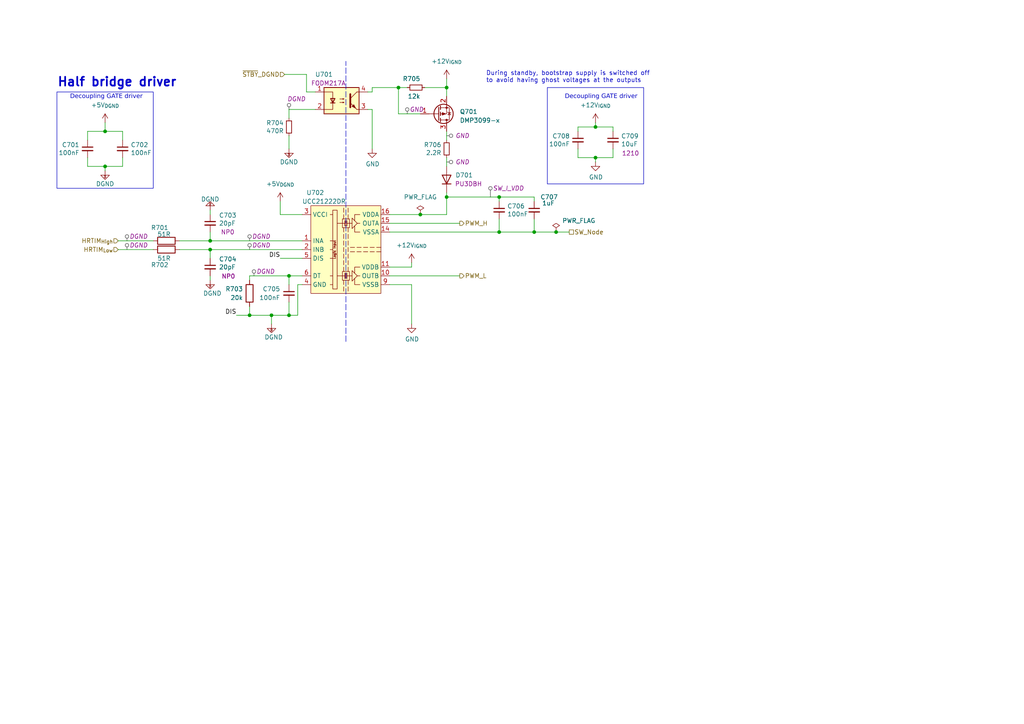
<source format=kicad_sch>
(kicad_sch (version 20231120) (generator "eeschema") (generator_version "8.0")
  (paper "A4")
  (lib_symbols
    (symbol "D_Schottky_1" (pin_numbers hide) (pin_names (offset 1.016) hide)
      (property "Reference" "D201" (at 1.27 2.54 90))
      (property "manf#" "PU3DBH" (at 5.08 0 90))
      (symbol "D_Schottky_1_0_1"
        (polyline (pts (xy 1.27 0) (xy -1.27 0)))
        (polyline (pts (xy 1.27 1.27) (xy 1.27 -1.27) (xy -1.27 0) (xy 1.27 1.27)) (stroke (width 0.254)))
      )
      (symbol "D_Schottky_1_1_1"
        (polyline (pts (xy -1.27 1.27) (xy -1.27 -1.27)) (stroke (width 0.254)))
        (pin passive line (at -3.81 0 0) (length 2.54) (name "K") (number "1"))
        (pin passive line (at 3.81 0 180) (length 2.54) (name "A") (number "2"))
      )
    )
    (symbol "Device:C_Small" (pin_numbers hide) (pin_names (offset 0.254) hide)
      (property "Reference" "C" (at 0.254 1.778 0))
      (property "Value" "C_Small" (at 0.254 -2.032 0))
      (symbol "C_Small_0_1"
        (polyline (pts (xy -1.524 -0.508) (xy 1.524 -0.508)) (stroke (width 0.3302)))
        (polyline (pts (xy -1.524 0.508) (xy 1.524 0.508)) (stroke (width 0.3048)))
      )
      (symbol "C_Small_1_1"
        (pin passive line (at 0 2.54 270) (length 2.032) (name "~") (number "1"))
        (pin passive line (at 0 -2.54 90) (length 2.032) (name "~") (number "2"))
      )
    )
    (symbol "Device:Q_PMOS_GSD" (pin_names (offset 0) hide)
      (property "Reference" "Q" (at 5.08 1.27 0))
      (property "Value" "Q_PMOS_GSD" (at 5.08 -1.27 0))
      (symbol "Q_PMOS_GSD_0_1"
        (polyline (pts (xy 0.254 0) (xy -2.54 0)))
        (polyline (pts (xy 0.254 1.905) (xy 0.254 -1.905)) (stroke (width 0.254)))
        (polyline (pts (xy 0.762 -1.27) (xy 0.762 -2.286)) (stroke (width 0.254)))
        (polyline (pts (xy 0.762 0.508) (xy 0.762 -0.508)) (stroke (width 0.254)))
        (polyline (pts (xy 0.762 2.286) (xy 0.762 1.27)) (stroke (width 0.254)))
        (polyline (pts (xy 2.54 2.54) (xy 2.54 1.778)))
        (polyline (pts (xy 2.54 -2.54) (xy 2.54 0) (xy 0.762 0)))
        (polyline (pts (xy 0.762 1.778) (xy 3.302 1.778) (xy 3.302 -1.778) (xy 0.762 -1.778)))
        (polyline (pts (xy 2.286 0) (xy 1.27 0.381) (xy 1.27 -0.381) (xy 2.286 0)) (fill (type outline)))
        (polyline (pts (xy 2.794 -0.508) (xy 2.921 -0.381) (xy 3.683 -0.381) (xy 3.81 -0.254)))
        (polyline (pts (xy 3.302 -0.381) (xy 2.921 0.254) (xy 3.683 0.254) (xy 3.302 -0.381)))
        (circle (center 1.651 0) (radius 2.794) (stroke (width 0.254)))
        (circle (center 2.54 -1.778) (radius 0.254) (fill (type outline)))
        (circle (center 2.54 1.778) (radius 0.254) (fill (type outline)))
      )
      (symbol "Q_PMOS_GSD_1_1"
        (pin input line (at -5.08 0 0) (length 2.54) (name "G") (number "1"))
        (pin passive line (at 2.54 -5.08 90) (length 2.54) (name "S") (number "2"))
        (pin passive line (at 2.54 5.08 270) (length 2.54) (name "D") (number "3"))
      )
    )
    (symbol "Device:R" (pin_numbers hide) (pin_names (offset 0))
      (property "Reference" "R" (at 2.032 0 90))
      (property "Value" "R" (at 0 0 90))
      (symbol "R_0_1"
        (rectangle (start -1.016 -2.54) (end 1.016 2.54) (stroke (width 0.254)))
      )
      (symbol "R_1_1"
        (pin passive line (at 0 3.81 270) (length 1.27) (name "~") (number "1"))
        (pin passive line (at 0 -3.81 90) (length 1.27) (name "~") (number "2"))
      )
    )
    (symbol "Device:R_Small" (pin_numbers hide) (pin_names (offset 0.254) hide)
      (property "Reference" "R" (at 0.762 0.508 0))
      (property "Value" "R_Small" (at 0.762 -1.016 0))
      (symbol "R_Small_0_1"
        (rectangle (start -0.762 1.778) (end 0.762 -1.778) (stroke (width 0.2032)))
      )
      (symbol "R_Small_1_1"
        (pin passive line (at 0 2.54 270) (length 0.762) (name "~") (number "1"))
        (pin passive line (at 0 -2.54 90) (length 0.762) (name "~") (number "2"))
      )
    )
    (symbol "Driver_FET:UCC21520DW"
      (property "Reference" "U" (at 0 16.51 0))
      (property "Value" "UCC21520DW" (at 0 13.97 0))
      (symbol "UCC21520DW_0_0"
        (polyline (pts (xy -0.635 6.35) (xy -0.635 5.08)))
        (polyline (pts (xy -0.635 10.16) (xy -0.635 8.89)))
        (polyline (pts (xy -0.635 12.065) (xy -0.635 10.795)))
        (polyline (pts (xy -0.254 -7.62) (xy -2.54 -7.62)))
        (polyline (pts (xy -0.254 -6.858) (xy -0.254 -8.382)) (stroke (width 0.254)))
        (polyline (pts (xy -0.254 7.62) (xy -2.54 7.62)))
        (polyline (pts (xy -0.254 8.382) (xy -0.254 6.858)) (stroke (width 0.254)))
        (polyline (pts (xy 0.254 -7.62) (xy 1.778 -7.62)))
        (polyline (pts (xy 0.254 -6.858) (xy 0.254 -8.382)) (stroke (width 0.254)))
        (polyline (pts (xy 0.254 7.62) (xy 1.778 7.62)))
        (polyline (pts (xy 0.254 8.382) (xy 0.254 6.858)) (stroke (width 0.254)))
        (polyline (pts (xy 0.635 6.35) (xy 0.635 5.08)))
        (polyline (pts (xy 0.635 8.89) (xy 0.635 10.16)))
        (polyline (pts (xy 0.635 10.795) (xy 0.635 12.065)))
        (polyline (pts (xy 2.54 -0.635) (xy 1.27 -0.635)))
        (polyline (pts (xy 2.54 0.635) (xy 1.27 0.635)))
        (polyline (pts (xy 4.064 -7.62) (xy 3.302 -7.62)))
        (polyline (pts (xy 4.064 7.62) (xy 3.302 7.62)))
        (polyline (pts (xy 4.445 -0.635) (xy 3.175 -0.635)))
        (polyline (pts (xy 4.445 0.635) (xy 3.175 0.635)))
        (polyline (pts (xy 6.35 -0.635) (xy 5.08 -0.635)))
        (polyline (pts (xy 6.35 0.635) (xy 5.08 0.635)))
        (polyline (pts (xy 8.255 -0.635) (xy 6.985 -0.635)))
        (polyline (pts (xy 8.255 0.635) (xy 6.985 0.635)))
        (polyline (pts (xy 10.16 -0.635) (xy 8.89 -0.635)))
        (polyline (pts (xy 10.16 0.635) (xy 8.89 0.635)))
        (polyline (pts (xy 4.064 -10.16) (xy 2.54 -10.16) (xy 2.54 -8.382)))
        (polyline (pts (xy 4.064 -5.08) (xy 2.54 -5.08) (xy 2.54 -6.858)))
        (polyline (pts (xy 4.064 5.08) (xy 2.54 5.08) (xy 2.54 6.858)))
        (polyline (pts (xy 4.064 10.16) (xy 2.54 10.16) (xy 2.54 8.382)))
        (polyline (pts (xy 3.302 -7.62) (xy 1.778 -9.144) (xy 1.778 -6.096) (xy 3.302 -7.62)))
        (polyline (pts (xy 3.302 7.62) (xy 1.778 6.096) (xy 1.778 9.144) (xy 3.302 7.62)))
        (rectangle (start 1.016 -6.35) (end -1.016 -8.89))
        (rectangle (start 1.016 8.89) (end -1.016 6.35))
        (text "Logic Input" (at -3.302 0 900) (effects (font (size 0.635 0.635))))
      )
      (symbol "UCC21520DW_0_1"
        (rectangle (start -3.81 11.43) (end -2.54 -11.43))
        (polyline (pts (xy -3.81 -10.16) (xy -4.572 -10.16)))
        (polyline (pts (xy -3.81 -7.62) (xy -4.572 -7.62)))
        (polyline (pts (xy -3.81 -2.54) (xy -4.572 -2.54)))
        (polyline (pts (xy -3.81 0) (xy -4.572 0)))
        (polyline (pts (xy -3.81 2.54) (xy -4.572 2.54)))
        (polyline (pts (xy -3.81 10.16) (xy -4.572 10.16)))
        (polyline (pts (xy -0.635 -10.795) (xy -0.635 -12.065)))
        (polyline (pts (xy -0.635 -8.89) (xy -0.635 -10.16)))
        (polyline (pts (xy -0.635 -5.08) (xy -0.635 -6.35)))
        (polyline (pts (xy -0.635 -3.175) (xy -0.635 -4.445)))
        (polyline (pts (xy -0.635 -1.27) (xy -0.635 -2.54)))
        (polyline (pts (xy -0.635 0.635) (xy -0.635 -0.635)))
        (polyline (pts (xy -0.635 2.54) (xy -0.635 1.27)))
        (polyline (pts (xy -0.635 4.445) (xy -0.635 3.175)))
        (polyline (pts (xy 0.635 -10.795) (xy 0.635 -12.065)))
        (polyline (pts (xy 0.635 -8.89) (xy 0.635 -10.16)))
        (polyline (pts (xy 0.635 -5.08) (xy 0.635 -6.35)))
        (polyline (pts (xy 0.635 -3.175) (xy 0.635 -4.445)))
        (polyline (pts (xy 0.635 -1.27) (xy 0.635 -2.54)))
        (polyline (pts (xy 0.635 0.635) (xy 0.635 -0.635)))
        (polyline (pts (xy 0.635 2.54) (xy 0.635 1.27)))
        (polyline (pts (xy 0.635 4.445) (xy 0.635 3.175)))
        (rectangle (start 10.16 12.7) (end -10.16 -12.7) (fill (type background)))
      )
      (symbol "UCC21520DW_1_1"
        (pin input line (at -12.7 2.54 0) (length 2.54) (name "INA") (number "1"))
        (pin output line (at 12.7 -7.62 180) (length 2.54) (name "OUTB") (number "10"))
        (pin power_in line (at 12.7 -5.08 180) (length 2.54) (name "VDDB") (number "11"))
        (pin no_connect line (at 10.16 -2.54 180) (length 2.54) hide (name "NC") (number "12"))
        (pin no_connect line (at 10.16 2.54 180) (length 2.54) hide (name "NC") (number "13"))
        (pin power_in line (at 12.7 5.08 180) (length 2.54) (name "VSSA") (number "14"))
        (pin output line (at 12.7 7.62 180) (length 2.54) (name "OUTA") (number "15"))
        (pin power_in line (at 12.7 10.16 180) (length 2.54) (name "VDDA") (number "16"))
        (pin input line (at -12.7 0 0) (length 2.54) (name "INB") (number "2"))
        (pin power_in line (at -12.7 10.16 0) (length 2.54) (name "VCCI") (number "3"))
        (pin power_in line (at -12.7 -10.16 0) (length 2.54) (name "GND") (number "4"))
        (pin input line (at -12.7 -2.54 0) (length 2.54) (name "DIS") (number "5"))
        (pin passive line (at -12.7 -7.62 0) (length 2.54) (name "DT") (number "6"))
        (pin no_connect line (at -10.16 -5.08 0) (length 2.54) hide (name "NC") (number "7"))
        (pin passive line (at -12.7 10.16 0) (length 2.54) hide (name "VCCI") (number "8"))
        (pin power_in line (at 12.7 -10.16 180) (length 2.54) (name "VSSB") (number "9"))
      )
    )
    (symbol "Symbols:+12V_PGND" (power) (in_bom no) (on_board no)
      (property "Value" "+12V_PGND" (at -0.127 3.81 0))
      (symbol "+12V_PGND_0_1"
        (polyline (pts (xy -0.762 1.27) (xy 0 2.54)))
        (polyline (pts (xy 0 0) (xy 0 2.54)))
        (polyline (pts (xy 0 2.54) (xy 0.762 1.27)))
      )
      (symbol "+12V_PGND_1_1"
        (pin power_in line (at 0 0 90) (length 0) hide (name "+12V_PGND") (number "1"))
      )
    )
    (symbol "Symbols:DGND" (power) (pin_names (offset 0))
      (property "Value" "DGND" (at 0 -3.81 0))
      (symbol "DGND_0_0"
        (text "D" (at 0 -1.778 0) (effects (font (size 0.63 0.63))))
      )
      (symbol "DGND_0_1"
        (polyline (pts (xy 0 0) (xy 0 -1.27) (xy 1.27 -1.27) (xy 0 -2.54) (xy -1.27 -1.27) (xy 0 -1.27)))
      )
      (symbol "DGND_1_1"
        (pin power_in line (at 0 0 270) (length 0) hide (name "DGND") (number "1"))
      )
    )
    (symbol "Symbols:FODM217A"
      (property "Reference" "U207" (at -5.08 7.62 0))
      (property "manf#" "FODM217A" (at -3.81 5.08 0))
      (symbol "FODM217A_1_1"
        (rectangle (start -5.08 3.81) (end 5.08 -3.81) (stroke (width 0.254)) (fill (type background)))
        (polyline (pts (xy -3.175 -0.635) (xy -1.905 -0.635)) (stroke (width 0.254)))
        (polyline (pts (xy 2.54 0.635) (xy 4.445 2.54)))
        (polyline (pts (xy 4.445 -2.54) (xy 2.54 -0.635)) (fill (type outline)))
        (polyline (pts (xy 4.445 -2.54) (xy 5.08 -2.54)))
        (polyline (pts (xy 4.445 2.54) (xy 5.08 2.54)))
        (polyline (pts (xy -5.08 2.54) (xy -2.54 2.54) (xy -2.54 -0.762)))
        (polyline (pts (xy -2.54 -0.635) (xy -2.54 -2.54) (xy -5.08 -2.54)))
        (polyline (pts (xy 2.54 1.905) (xy 2.54 -1.905) (xy 2.54 -1.905)) (stroke (width 0.508)))
        (polyline (pts (xy -2.54 -0.635) (xy -3.175 0.635) (xy -1.905 0.635) (xy -2.54 -0.635)) (stroke (width 0.254)))
        (polyline (pts (xy -0.508 -0.508) (xy 0.762 -0.508) (xy 0.381 -0.635) (xy 0.381 -0.381) (xy 0.762 -0.508)))
        (polyline (pts (xy -0.508 0.508) (xy 0.762 0.508) (xy 0.381 0.381) (xy 0.381 0.635) (xy 0.762 0.508)))
        (polyline (pts (xy 3.048 -1.651) (xy 3.556 -1.143) (xy 4.064 -2.159) (xy 3.048 -1.651) (xy 3.048 -1.651)) (fill (type outline)))
        (pin passive line (at -7.62 2.54 0) (length 2.54) (name "~") (number "1"))
        (pin passive line (at -7.62 -2.54 0) (length 2.54) (name "~") (number "2"))
        (pin passive line (at 7.62 -2.54 180) (length 2.54) (name "~") (number "3"))
        (pin passive line (at 7.62 2.54 180) (length 2.54) (name "~") (number "4"))
      )
    )
    (symbol "power:GND" (power) (pin_names (offset 0))
      (property "Value" "GND" (at 0 -3.81 0))
      (symbol "GND_0_1"
        (polyline (pts (xy 0 0) (xy 0 -1.27) (xy 1.27 -1.27) (xy 0 -2.54) (xy -1.27 -1.27) (xy 0 -1.27)))
      )
      (symbol "GND_1_1"
        (pin power_in line (at 0 0 270) (length 0) hide (name "GND") (number "1"))
      )
    )
    (symbol "power:PWR_FLAG" (power) (pin_numbers hide) (pin_names (offset 0) hide)
      (property "Value" "PWR_FLAG" (at 0 3.81 0))
      (symbol "PWR_FLAG_0_0"
        (pin power_out line (at 0 0 90) (length 0) (name "~") (number "1"))
      )
      (symbol "PWR_FLAG_0_1"
        (polyline (pts (xy 0 0) (xy 0 1.27) (xy -1.016 1.905) (xy 0 2.54) (xy 1.016 1.905) (xy 0 1.27)))
      )
    )
  )
  (junction (at 144.78 57.15))
  (junction (at 144.78 67.31))
  (junction (at 121.92 62.23))
  (junction (at 129.54 57.15))
  (junction (at 30.48 38.1))
  (junction (at 72.39 91.44))
  (junction (at 161.29 67.31))
  (junction (at 60.96 69.85))
  (junction (at 78.74 91.44))
  (junction (at 172.72 45.72))
  (junction (at 129.54 25.4))
  (junction (at 60.96 72.39))
  (junction (at 115.57 25.4))
  (junction (at 83.82 80.01))
  (junction (at 30.48 48.26))
  (junction (at 83.82 91.44))
  (junction (at 154.94 67.31))
  (junction (at 172.72 36.83))
  (wire (pts (xy 172.72 36.83) (xy 177.8 36.83)))
  (wire (pts (xy 123.19 25.4) (xy 129.54 25.4)))
  (wire (pts (xy 25.4 38.1) (xy 25.4 40.64)))
  (wire (pts (xy 113.03 67.31) (xy 144.78 67.31)))
  (polyline (pts (xy 100.33 99.06) (xy 100.33 17.78)) (stroke (width 0) (type dash)))
  (wire (pts (xy 118.11 25.4) (xy 115.57 25.4)))
  (wire (pts (xy 25.4 48.26) (xy 30.48 48.26)))
  (wire (pts (xy 113.03 80.01) (xy 133.35 80.01)))
  (wire (pts (xy 34.29 72.39) (xy 44.45 72.39)))
  (wire (pts (xy 72.39 88.9) (xy 72.39 91.44)))
  (wire (pts (xy 87.63 69.85) (xy 60.96 69.85)))
  (wire (pts (xy 60.96 69.85) (xy 60.96 67.31)))
  (wire (pts (xy 113.03 82.55) (xy 119.38 82.55)))
  (wire (pts (xy 172.72 35.56) (xy 172.72 36.83)))
  (wire (pts (xy 72.39 80.01) (xy 83.82 80.01)))
  (wire (pts (xy 167.64 38.1) (xy 167.64 36.83)))
  (wire (pts (xy 144.78 67.31) (xy 154.94 67.31)))
  (wire (pts (xy 107.95 31.75) (xy 106.68 31.75)))
  (wire (pts (xy 107.95 25.4) (xy 107.95 26.67)))
  (wire (pts (xy 87.63 82.55) (xy 86.36 82.55)))
  (wire (pts (xy 119.38 82.55) (xy 119.38 93.98)))
  (wire (pts (xy 52.07 72.39) (xy 60.96 72.39)))
  (wire (pts (xy 30.48 38.1) (xy 25.4 38.1)))
  (wire (pts (xy 83.82 31.75) (xy 83.82 34.29)))
  (wire (pts (xy 86.36 82.55) (xy 86.36 91.44)))
  (wire (pts (xy 144.78 57.15) (xy 129.54 57.15)))
  (wire (pts (xy 88.9 21.59) (xy 88.9 26.67)))
  (wire (pts (xy 35.56 48.26) (xy 35.56 45.72)))
  (wire (pts (xy 30.48 48.26) (xy 35.56 48.26)))
  (wire (pts (xy 72.39 91.44) (xy 78.74 91.44)))
  (wire (pts (xy 60.96 69.85) (xy 52.07 69.85)))
  (wire (pts (xy 119.38 77.47) (xy 113.03 77.47)))
  (wire (pts (xy 81.28 58.42) (xy 81.28 62.23)))
  (wire (pts (xy 78.74 91.44) (xy 78.74 93.98)))
  (wire (pts (xy 154.94 67.31) (xy 161.29 67.31)))
  (wire (pts (xy 144.78 63.5) (xy 144.78 67.31)))
  (wire (pts (xy 60.96 74.93) (xy 60.96 72.39)))
  (wire (pts (xy 129.54 45.72) (xy 129.54 48.26)))
  (wire (pts (xy 161.29 67.31) (xy 165.1 67.31)))
  (wire (pts (xy 83.82 82.55) (xy 83.82 80.01)))
  (wire (pts (xy 30.48 35.56) (xy 30.48 38.1)))
  (wire (pts (xy 177.8 36.83) (xy 177.8 38.1)))
  (wire (pts (xy 68.58 91.44) (xy 72.39 91.44)))
  (wire (pts (xy 60.96 60.96) (xy 60.96 62.23)))
  (wire (pts (xy 167.64 45.72) (xy 172.72 45.72)))
  (wire (pts (xy 60.96 72.39) (xy 87.63 72.39)))
  (wire (pts (xy 83.82 39.37) (xy 83.82 43.18)))
  (wire (pts (xy 115.57 25.4) (xy 115.57 33.02)))
  (wire (pts (xy 81.28 62.23) (xy 87.63 62.23)))
  (wire (pts (xy 129.54 25.4) (xy 129.54 22.86)))
  (wire (pts (xy 35.56 38.1) (xy 30.48 38.1)))
  (wire (pts (xy 167.64 43.18) (xy 167.64 45.72)))
  (wire (pts (xy 35.56 40.64) (xy 35.56 38.1)))
  (wire (pts (xy 107.95 25.4) (xy 115.57 25.4)))
  (wire (pts (xy 113.03 62.23) (xy 121.92 62.23)))
  (wire (pts (xy 78.74 91.44) (xy 83.82 91.44)))
  (wire (pts (xy 83.82 80.01) (xy 87.63 80.01)))
  (wire (pts (xy 172.72 45.72) (xy 177.8 45.72)))
  (wire (pts (xy 144.78 57.15) (xy 154.94 57.15)))
  (wire (pts (xy 172.72 46.99) (xy 172.72 45.72)))
  (wire (pts (xy 83.82 91.44) (xy 86.36 91.44)))
  (wire (pts (xy 83.82 87.63) (xy 83.82 91.44)))
  (wire (pts (xy 83.82 31.75) (xy 91.44 31.75)))
  (wire (pts (xy 119.38 76.2) (xy 119.38 77.47)))
  (wire (pts (xy 107.95 31.75) (xy 107.95 43.18)))
  (wire (pts (xy 106.68 26.67) (xy 107.95 26.67)))
  (wire (pts (xy 144.78 58.42) (xy 144.78 57.15)))
  (wire (pts (xy 154.94 67.31) (xy 154.94 63.5)))
  (wire (pts (xy 121.92 62.23) (xy 129.54 62.23)))
  (wire (pts (xy 81.28 74.93) (xy 87.63 74.93)))
  (wire (pts (xy 82.55 21.59) (xy 88.9 21.59)))
  (wire (pts (xy 129.54 27.94) (xy 129.54 25.4)))
  (wire (pts (xy 60.96 80.01) (xy 60.96 81.28)))
  (wire (pts (xy 88.9 26.67) (xy 91.44 26.67)))
  (wire (pts (xy 129.54 38.1) (xy 129.54 40.64)))
  (wire (pts (xy 25.4 45.72) (xy 25.4 48.26)))
  (wire (pts (xy 129.54 57.15) (xy 129.54 55.88)))
  (wire (pts (xy 167.64 36.83) (xy 172.72 36.83)))
  (wire (pts (xy 115.57 33.02) (xy 121.92 33.02)))
  (wire (pts (xy 34.29 69.85) (xy 44.45 69.85)))
  (wire (pts (xy 129.54 57.15) (xy 129.54 62.23)))
  (wire (pts (xy 177.8 45.72) (xy 177.8 43.18)))
  (wire (pts (xy 113.03 64.77) (xy 133.35 64.77)))
  (wire (pts (xy 154.94 57.15) (xy 154.94 58.42)))
  (wire (pts (xy 72.39 80.01) (xy 72.39 81.28)))
  (wire (pts (xy 30.48 48.26) (xy 30.48 49.53)))
  (rectangle (start 158.75 25.4) (end 186.69 53.34))
  (rectangle (start 16.51 26.67) (end 44.45 54.61))
  (text "Decoupling GATE driver" (at 163.83 29.21 0) (effects (font (size 1.27 1.27)) (justify left bottom)))
  (text "Half bridge driver" (at 16.51 25.4 0) (effects (font (size 2.54 2.54) (thickness 0.5) (bold yes)) (justify left bottom)))
  (text "Decoupling GATE driver" (at 20.32 29.21 0) (effects (font (size 1.27 1.27)) (justify left bottom)))
  (text "During standby, bootstrap supply is switched off \nto avoid having ghost voltages at the outputs" (at 140.97 24.13 0) (effects (font (size 1.27 1.27)) (justify left bottom)))
  (label "DIS" (at 81.28 74.93 180))
  (label "DIS" (at 68.58 91.44 180))
  (hierarchical_label "HRTIM_{Low}" (shape input) (at 34.29 72.39 180))
  (hierarchical_label "PWM_L" (shape output) (at 133.35 80.01 0))
  (hierarchical_label "PWM_H" (shape output) (at 133.35 64.77 0))
  (hierarchical_label "SW_Node" (shape passive) (at 165.1 67.31 0))
  (hierarchical_label "~{STBY}_DGND" (shape input) (at 82.55 21.59 180))
  (hierarchical_label "HRTIM_{High}" (shape input) (at 34.29 69.85 180))
  (netclass_flag "" (length 1.27) (shape round) (at 83.82 31.75 0) (property "Netclass" "DGND" (at 83.312 28.702 0) (effects (font (italic yes)) (justify left))))
  (netclass_flag "" (length 1.27) (shape round) (at 36.83 72.39 0) (property "Netclass" "DGND" (at 37.5285 71.12 0) (effects (font (italic yes)) (justify left))))
  (netclass_flag "" (length 1.27) (shape round) (at 129.54 39.37 270) (property "Netclass" "GND" (at 132.08 39.37 0) (effects (font (italic yes)) (justify left))))
  (netclass_flag "" (length 1.27) (shape round) (at 118.11 33.02 0) (property "Netclass" "GND" (at 118.8085 31.75 0) (effects (font (italic yes)) (justify left))))
  (netclass_flag "" (length 2.54) (shape round) (at 142.24 57.15 0) (property "Netclass" "SW_I_VDD" (at 142.9385 54.61 0) (effects (font (italic yes)) (justify left))))
  (netclass_flag "" (length 1.27) (shape round) (at 36.83 69.85 0) (property "Netclass" "DGND" (at 37.5285 68.58 0) (effects (font (italic yes)) (justify left))))
  (netclass_flag "" (length 1.27) (shape round) (at 72.39 69.85 0) (property "Netclass" "DGND" (at 73.0885 68.58 0) (effects (font (italic yes)) (justify left))))
  (netclass_flag "" (length 1.27) (shape round) (at 73.66 80.01 0) (property "Netclass" "DGND" (at 74.3585 78.74 0) (effects (font (italic yes)) (justify left))))
  (netclass_flag "" (length 1.27) (shape round) (at 72.39 72.39 0) (property "Netclass" "DGND" (at 73.0885 71.12 0) (effects (font (italic yes)) (justify left))))
  (netclass_flag "" (length 1.27) (shape round) (at 129.54 46.99 270) (property "Netclass" "GND" (at 132.08 46.99 0) (effects (font (italic yes)) (justify left))))
  (symbol (lib_id "Symbols:FODM217A") (at 99.06 29.21 0) (unit 1)
    (property "Reference" "U701" (at 93.98 21.59 0))
    (property "Value" "FODM217A" (effects (hide yes)))
    (property "Footprint" "Package_SO:SO-4_4.4x2.3mm_P1.27mm" (effects (hide yes)))
    (property "Datasheet" "${KIPRJMOD}\\datasheets\\FODM214-D.pdf" (effects (hide yes)))
    (property "manf#" "FODM217A" (at 95.25 24.13 0))
    (property "Functional Block" "Driver" (effects (hide yes)))
    (property "Subfunction" "STBY driver" (effects (hide yes)))
    (instances (project "DAB" (path "" (reference "U701") (unit 1)) (path "" (reference "U201") (unit 1))))
  )
  (symbol (lib_id "Device:Q_PMOS_GSD") (at 127 33.02 0) (mirror x) (unit 1)
    (property "Reference" "Q701" (at 133.35 32.385 0) (effects (justify left)))
    (property "Value" "DMP3099-x" (at 133.35 34.925 0) (effects (justify left)))
    (property "Footprint" "Footprints:SOT-23" (effects (hide yes)))
    (property "Datasheet" "${KIPRJMOD}\\datasheets\\DMP3099L.pdf" (effects (hide yes)))
    (property "Functionnal block" "POWER" (effects (hide yes)))
    (instances (project "DAB" (path "" (reference "Q701") (unit 1)) (path "" (reference "Q201") (unit 1))))
  )
  (symbol (lib_id "Device:C_Small") (at 60.96 64.77 0) (unit 1)
    (property "Reference" "C703" (at 63.5 62.4586 0) (effects (justify left)))
    (property "Value" "20pF" (at 63.5 64.77 0) (effects (justify left)))
    (property "Footprint" "Footprints:C_0805_2012Metric" (effects (hide yes)))
    (property "Datasheet" "${KIPRJMOD}\\datasheet\\UPY_GP_NP0_16V_to_50V_18-1730511.pdf" (effects (hide yes)))
    (property "manf#" "CC0805JRNPO9BN200" (effects (hide yes)))
    (property "Functional Block" "Driver" (effects (hide yes)))
    (property "Metal content" "BaTiO3" (effects (hide yes)))
    (property "Subfunction" "Driver input" (effects (hide yes)))
    (property "Package" "0805" (effects (hide yes)))
    (property "Dielectric" "NP0" (at 66.04 67.31 0))
    (property "Voltage" "50V" (effects (hide yes)))
    (instances (project "DAB" (path "" (reference "C703") (unit 1)) (path "" (reference "C203") (unit 1))))
  )
  (symbol (lib_id "Symbols:+12V_PGND") (at 30.48 35.56 0) (unit 1) (in_bom no) (on_board no)
    (property "Reference" "#PWR0201" (effects (hide yes)))
    (property "Value" "+5V_{DGND}" (at 30.48 30.48 0))
    (instances (project "DAB" (path "" (reference "#PWR0201") (unit 1)) (path "" (reference "#PWR0701") (unit 1))))
  )
  (symbol (lib_id "Device:C_Small") (at 35.56 43.18 0) (unit 1)
    (property "Reference" "C702" (at 37.8968 42.0116 0) (effects (justify left)))
    (property "Value" "100nF" (at 37.8968 44.323 0) (effects (justify left)))
    (property "Footprint" "Capacitor_SMD:C_1206_3216Metric" (effects (hide yes)))
    (property "Datasheet" "${KIPRJMOD}\\datasheet\\KEM_C1002_X7R_SMD-3316098.pdf" (effects (hide yes)))
    (property "manf#" "C1206C104K5RAC7867" (effects (hide yes)))
    (property "Functional Block" "Driver" (effects (hide yes)))
    (property "Metal content" "BaTiO3" (effects (hide yes)))
    (property "Subfunction" "Driver decoupling" (effects (hide yes)))
    (property "Package" "1206" (effects (hide yes)))
    (property "Dielectric" "X7R" (effects (hide yes)))
    (property "Voltage" "50V" (effects (hide yes)))
    (instances (project "DAB" (path "" (reference "C702") (unit 1)) (path "" (reference "C202") (unit 1))))
  )
  (symbol (lib_id "Device:C_Small") (at 83.82 85.09 0) (mirror y) (unit 1)
    (property "Reference" "C705" (at 81.28 83.82 0) (effects (justify left)))
    (property "Value" "100nF" (at 81.28 86.36 0) (effects (justify left)))
    (property "Footprint" "Capacitor_SMD:C_1206_3216Metric" (effects (hide yes)))
    (property "Datasheet" "${KIPRJMOD}\\datasheet\\KEM_C1002_X7R_SMD-3316098.pdf" (effects (hide yes)))
    (property "manf#" "C1206C104K5RAC7867" (effects (hide yes)))
    (property "Functional Block" "Driver" (effects (hide yes)))
    (property "Metal content" "BaTiO3" (effects (hide yes)))
    (property "Subfunction" "Driver decoupling" (effects (hide yes)))
    (property "Package" "1206" (effects (hide yes)))
    (property "Dielectric" "X7R" (effects (hide yes)))
    (property "Voltage" "50V" (effects (hide yes)))
    (instances (project "DAB" (path "" (reference "C705") (unit 1)) (path "" (reference "C205") (unit 1))))
  )
  (symbol (lib_id "Device:R_Small") (at 129.54 43.18 0) (mirror y) (unit 1)
    (property "Reference" "R706" (at 128.0414 42.0116 0) (effects (justify left)))
    (property "Value" "2.2R" (at 128.0414 44.323 0) (effects (justify left)))
    (property "Footprint" "Footprints:R_0805_2012Metric" (effects (hide yes)))
    (property "Datasheet" "${KIPRJMOD}\\datasheet\\cr_a_as-1858644.pdf" (effects (hide yes)))
    (property "manf#" "CR0805AF/-2R20EAS" (effects (hide yes)))
    (property "Functional Block" "Driver" (effects (hide yes)))
    (property "Metal content" "NiCr" (effects (hide yes)))
    (property "Package" "0805" (effects (hide yes)))
    (property "Technology" "Thick film" (effects (hide yes)))
    (instances (project "DAB" (path "" (reference "R706") (unit 1)) (path "" (reference "R206") (unit 1))))
  )
  (symbol (lib_id "Device:R_Small") (at 120.65 25.4 90) (unit 1)
    (property "Reference" "R705" (at 121.92 22.86 90) (effects (justify left)))
    (property "Value" "12k" (at 121.92 27.94 90) (effects (justify left)))
    (property "Footprint" "Footprints:R_0805_2012Metric" (effects (hide yes)))
    (property "Datasheet" "${KIPRJMOD}\\datasheet\\PYu_RT_1_to_0_01_RoHS_L_12-3003070.pdf" (effects (hide yes)))
    (property "manf#" "RT0805DRE0712KL" (effects (hide yes)))
    (property "Functional Block" "Measurement" (effects (hide yes)))
    (property "Metal content" "NiCr" (effects (hide yes)))
    (property "Subfunction" "VILow Measure" (effects (hide yes)))
    (property "Package" "0805" (effects (hide yes)))
    (property "Technology" "Thin film" (effects (hide yes)))
    (instances (project "DAB" (path "" (reference "R705") (unit 1)) (path "" (reference "R205") (unit 1))))
  )
  (symbol (lib_id "Driver_FET:UCC21520DW") (at 100.33 72.39 0) (unit 1)
    (property "Reference" "U702" (at 91.44 55.88 0))
    (property "Value" "UCC21222DR" (at 93.98 58.42 0))
    (property "Footprint" "Package_SO:SOIC-16_3.9x9.9mm_P1.27mm" (effects (hide yes)))
    (property "Datasheet" "${KIPRJMOD}\\datasheets\\ucc21222.pdf" (effects (hide yes)))
    (property "manf#" "UCC21222DR" (effects (hide yes)))
    (property "Functional Block" "Driver" (effects (hide yes)))
    (property "Subfunction" "Driver" (effects (hide yes)))
    (instances (project "DAB" (path "" (reference "U702") (unit 1)) (path "" (reference "U202") (unit 1))))
  )
  (symbol (lib_id "Symbols:DGND") (at 60.96 60.96 180) (unit 1)
    (property "Reference" "#PWR0703" (effects (hide yes)))
    (property "Value" "DGND" (at 60.96 57.785 0))
    (instances (project "DAB" (path "" (reference "#PWR0703") (unit 1)) (path "" (reference "#PWR0203") (unit 1))))
  )
  (symbol (lib_id "Symbols:+12V_PGND") (at 81.28 58.42 0) (unit 1) (in_bom no) (on_board no)
    (property "Reference" "#PWR0206" (effects (hide yes)))
    (property "Value" "+5V_{DGND}" (at 81.28 53.34 0))
    (instances (project "DAB" (path "" (reference "#PWR0206") (unit 1)) (path "" (reference "#PWR0706") (unit 1))))
  )
  (symbol (lib_id "Symbols:+12V_PGND") (at 119.38 76.2 0) (unit 1) (in_bom no) (on_board no)
    (property "Reference" "#PWR0209" (effects (hide yes)))
    (property "Value" "+12V_{IGND}" (at 119.38 71.12 0))
    (instances (project "DAB" (path "" (reference "#PWR0209") (unit 1)) (path "" (reference "#PWR0709") (unit 1))))
  )
  (symbol (lib_id "power:PWR_FLAG") (at 121.92 62.23 0) (unit 1)
    (property "Reference" "#FLG0201" (effects (hide yes)))
    (property "Value" "PWR_FLAG" (at 121.92 57.15 0))
    (property "Description" "Special symbol for telling ERC where power comes from" (effects (hide yes)))
    (instances (project "DAB" (path "" (reference "#FLG0201") (unit 1)) (path "" (reference "#FLG0701") (unit 1))))
  )
  (symbol (lib_id "Symbols:DGND") (at 78.74 93.98 0) (unit 1)
    (property "Reference" "#PWR0705" (effects (hide yes)))
    (property "Value" "DGND" (at 79.375 97.79 0))
    (instances (project "DAB" (path "" (reference "#PWR0705") (unit 1)) (path "" (reference "#PWR0205") (unit 1))))
  )
  (symbol (lib_id "Symbols:DGND") (at 30.48 49.53 0) (unit 1)
    (property "Reference" "#PWR0702" (effects (hide yes)))
    (property "Value" "DGND" (at 30.48 53.34 0))
    (instances (project "DAB" (path "" (reference "#PWR0702") (unit 1)) (path "" (reference "#PWR0202") (unit 1))))
  )
  (symbol (lib_id "Device:R") (at 48.26 69.85 90) (unit 1)
    (property "Reference" "R701" (at 48.895 66.04 90) (effects (justify left)))
    (property "Value" "51R" (at 49.53 67.945 90) (effects (justify left)))
    (property "Footprint" "Footprints:R_0805_2012Metric" (effects (hide yes)))
    (property "Datasheet" "${KIPRJMOD}\\datasheet\\cr-1858361.pdf" (effects (hide yes)))
    (property "manf#" "CR0805-FX-51R0ELF" (effects (hide yes)))
    (property "Functional Block" "Driver" (effects (hide yes)))
    (property "Metal content" "NiCr" (effects (hide yes)))
    (property "Subfunction" "Driver input" (effects (hide yes)))
    (property "Package" "0805" (effects (hide yes)))
    (property "Technology" "Thick film" (effects (hide yes)))
    (instances (project "DAB" (path "" (reference "R701") (unit 1)) (path "" (reference "R201") (unit 1))))
  )
  (symbol (lib_id "Device:C_Small") (at 25.4 43.18 0) (mirror y) (unit 1)
    (property "Reference" "C701" (at 23.0632 42.0116 0) (effects (justify left)))
    (property "Value" "100nF" (at 23.0632 44.323 0) (effects (justify left)))
    (property "Footprint" "Capacitor_SMD:C_1206_3216Metric" (effects (hide yes)))
    (property "Datasheet" "${KIPRJMOD}\\datasheet\\KEM_C1002_X7R_SMD-3316098.pdf" (effects (hide yes)))
    (property "manf#" "C1206C104K5RAC7867" (effects (hide yes)))
    (property "Functional Block" "Driver" (effects (hide yes)))
    (property "Metal content" "BaTiO3" (effects (hide yes)))
    (property "Subfunction" "Driver decoupling" (effects (hide yes)))
    (property "Package" "1206" (effects (hide yes)))
    (property "Dielectric" "X7R" (effects (hide yes)))
    (property "Voltage" "50V" (effects (hide yes)))
    (instances (project "DAB" (path "" (reference "C701") (unit 1)) (path "" (reference "C201") (unit 1))))
  )
  (symbol (lib_id "Device:C_Small") (at 177.8 40.64 0) (unit 1)
    (property "Reference" "C709" (at 180.1368 39.4716 0) (effects (justify left)))
    (property "Value" "10uF" (at 180.1368 41.783 0) (effects (justify left)))
    (property "Footprint" "Footprints:C_1210_3225Metric" (effects (hide yes)))
    (property "Datasheet" "${KIPRJMOD}\\datasheet\\MLCC-1837944.pdf" (effects (hide yes)))
    (property "manf#" "CL32B106KBJNNNE" (effects (hide yes)))
    (property "Functional Block" "Driver" (effects (hide yes)))
    (property "Metal content" "BaTiO3" (effects (hide yes)))
    (property "Subfunction" "Driver decoupling" (effects (hide yes)))
    (property "Package" "1210" (at 182.88 44.45 0))
    (property "Dielectric" "X7R" (effects (hide yes)))
    (property "Voltage" "50V" (effects (hide yes)))
    (instances (project "DAB" (path "" (reference "C709") (unit 1)) (path "" (reference "C209") (unit 1))))
  )
  (symbol (lib_id "Symbols:DGND") (at 60.96 81.28 0) (unit 1)
    (property "Reference" "#PWR0704" (effects (hide yes)))
    (property "Value" "DGND" (at 61.595 85.09 0))
    (instances (project "DAB" (path "" (reference "#PWR0704") (unit 1)) (path "" (reference "#PWR0204") (unit 1))))
  )
  (symbol (lib_id "power:GND") (at 107.95 43.18 0) (unit 1)
    (property "Reference" "#PWR0208" (effects (hide yes)))
    (property "Value" "GND" (at 108.077 47.5742 0))
    (instances (project "DAB" (path "" (reference "#PWR0208") (unit 1)) (path "" (reference "#PWR0708") (unit 1))))
  )
  (symbol (lib_id "power:GND") (at 119.38 93.98 0) (unit 1)
    (property "Reference" "#PWR0210" (effects (hide yes)))
    (property "Value" "GND" (at 119.507 98.3742 0))
    (instances (project "DAB" (path "" (reference "#PWR0210") (unit 1)) (path "" (reference "#PWR0710") (unit 1))))
  )
  (symbol (lib_id "Device:R") (at 48.26 72.39 90) (unit 1)
    (property "Reference" "R702" (at 48.895 76.835 90) (effects (justify left)))
    (property "Value" "51R" (at 49.53 74.93 90) (effects (justify left)))
    (property "Footprint" "Footprints:R_0805_2012Metric" (effects (hide yes)))
    (property "Datasheet" "${KIPRJMOD}\\datasheet\\cr-1858361.pdf" (effects (hide yes)))
    (property "manf#" "CR0805-FX-51R0ELF" (effects (hide yes)))
    (property "Functional Block" "Driver" (effects (hide yes)))
    (property "Metal content" "NiCr" (effects (hide yes)))
    (property "Subfunction" "Driver input" (effects (hide yes)))
    (property "Package" "0805" (effects (hide yes)))
    (property "Technology" "Thick film" (effects (hide yes)))
    (instances (project "DAB" (path "" (reference "R702") (unit 1)) (path "" (reference "R202") (unit 1))))
  )
  (symbol (lib_id "power:GND") (at 172.72 46.99 0) (unit 1)
    (property "Reference" "#PWR0213" (effects (hide yes)))
    (property "Value" "GND" (at 172.847 51.3842 0))
    (instances (project "DAB" (path "" (reference "#PWR0213") (unit 1)) (path "" (reference "#PWR0713") (unit 1))))
  )
  (symbol (lib_id "Device:C_Small") (at 60.96 77.47 0) (unit 1)
    (property "Reference" "C704" (at 63.5 75.1586 0) (effects (justify left)))
    (property "Value" "20pF" (at 63.5 77.47 0) (effects (justify left)))
    (property "Footprint" "Footprints:C_0805_2012Metric" (effects (hide yes)))
    (property "Datasheet" "${KIPRJMOD}\\datasheet\\UPY_GP_NP0_16V_to_50V_18-1730511.pdf" (effects (hide yes)))
    (property "manf#" "CC0805JRNPO9BN200" (effects (hide yes)))
    (property "Functional Block" "Driver" (effects (hide yes)))
    (property "Metal content" "BaTiO3" (effects (hide yes)))
    (property "Subfunction" "Driver input" (effects (hide yes)))
    (property "Package" "0805" (effects (hide yes)))
    (property "Dielectric" "NP0" (at 66.2432 80.137 0))
    (property "Voltage" "50V" (effects (hide yes)))
    (instances (project "DAB" (path "" (reference "C704") (unit 1)) (path "" (reference "C204") (unit 1))))
  )
  (symbol (lib_id "Device:C_Small") (at 144.78 60.96 0) (unit 1)
    (property "Reference" "C706" (at 147.1168 59.7916 0) (effects (justify left)))
    (property "Value" "100nF" (at 147.1168 62.103 0) (effects (justify left)))
    (property "Footprint" "Capacitor_SMD:C_1206_3216Metric" (effects (hide yes)))
    (property "Datasheet" "${KIPRJMOD}\\datasheet\\KEM_C1002_X7R_SMD-3316098.pdf" (effects (hide yes)))
    (property "manf#" "C1206C104K5RAC7867" (effects (hide yes)))
    (property "Functional Block" "Driver" (effects (hide yes)))
    (property "Metal content" "BaTiO3" (effects (hide yes)))
    (property "Subfunction" "Driver bootstrap" (effects (hide yes)))
    (property "Package" "1206" (effects (hide yes)))
    (property "Dielectric" "X7R" (effects (hide yes)))
    (property "Voltage" "50V" (effects (hide yes)))
    (instances (project "DAB" (path "" (reference "C706") (unit 1)) (path "" (reference "C206") (unit 1))))
  )
  (symbol (lib_id "Device:C_Small") (at 154.94 60.96 0) (unit 1)
    (property "Reference" "C707" (at 156.718 57.15 0) (effects (justify left)))
    (property "Value" "1uF" (at 157.226 58.928 0) (effects (justify left)))
    (property "Footprint" "Footprints:C_0805_2012Metric" (effects (hide yes)))
    (property "Datasheet" "${KIPRJMOD}\\datasheet\\taiyo_yuden_12132018_mlcc11_hq_e-1510082.pdf" (effects (hide yes)))
    (property "manf#" "UMK212B7105KGHT" (effects (hide yes)))
    (property "Functional Block" "Driver" (effects (hide yes)))
    (property "Metal content" "BaTiO3" (effects (hide yes)))
    (property "Subfunction" "Driver bootstrap" (effects (hide yes)))
    (property "Package" "0805" (effects (hide yes)))
    (property "Dielectric" "X7R" (effects (hide yes)))
    (property "Voltage" "50V" (effects (hide yes)))
    (instances (project "DAB" (path "" (reference "C707") (unit 1)) (path "" (reference "C207") (unit 1))))
  )
  (symbol (lib_id "Symbols:+12V_PGND") (at 129.54 22.86 0) (unit 1) (in_bom no) (on_board no)
    (property "Reference" "#PWR0711" (effects (hide yes)))
    (property "Value" "+12V_{IGND}" (at 129.54 17.78 0))
    (instances (project "DAB" (path "" (reference "#PWR0711") (unit 1)) (path "" (reference "#PWR0211") (unit 1))))
  )
  (symbol (lib_id "Device:R") (at 72.39 85.09 180) (unit 1)
    (property "Reference" "R703" (at 70.485 83.82 0) (effects (justify left)))
    (property "Value" "20k" (at 70.485 86.36 0) (effects (justify left)))
    (property "Footprint" "Footprints:R_0805_2012Metric" (effects (hide yes)))
    (property "Datasheet" "${KIPRJMOD}\\datasheet\\PYu_RT_1_to_0_01_RoHS_L_12-3003070.pdf" (effects (hide yes)))
    (property "manf#" "RT0805DRD0720KL" (effects (hide yes)))
    (property "Functional Block" "Driver" (effects (hide yes)))
    (property "Metal content" "NiCr" (effects (hide yes)))
    (property "Subfunction" "Deadtime setting" (effects (hide yes)))
    (property "Package" "0805" (effects (hide yes)))
    (property "Technology" "Thin film" (effects (hide yes)))
    (instances (project "DAB" (path "" (reference "R703") (unit 1)) (path "" (reference "R203") (unit 1))))
  )
  (symbol (lib_id "Symbols:DGND") (at 83.82 43.18 0) (unit 1)
    (property "Reference" "#PWR0707" (effects (hide yes)))
    (property "Value" "DGND" (at 83.82 46.99 0))
    (instances (project "DAB" (path "" (reference "#PWR0707") (unit 1)) (path "" (reference "#PWR0207") (unit 1))))
  )
  (symbol (lib_id "Symbols:+12V_PGND") (at 172.72 35.56 0) (unit 1) (in_bom no) (on_board no)
    (property "Reference" "#PWR0212" (effects (hide yes)))
    (property "Value" "+12V_{IGND}" (at 172.72 30.48 0))
    (instances (project "DAB" (path "" (reference "#PWR0212") (unit 1)) (path "" (reference "#PWR0712") (unit 1))))
  )
  (symbol (lib_id "Device:R_Small") (at 83.82 36.83 0) (mirror y) (unit 1)
    (property "Reference" "R704" (at 82.3214 35.6616 0) (effects (justify left)))
    (property "Value" "470R" (at 82.3214 37.973 0) (effects (justify left)))
    (property "Footprint" "Footprints:R_0805_2012Metric" (effects (hide yes)))
    (property "Datasheet" "${KIPRJMOD}\\datasheet\\cr-1858361.pdf" (effects (hide yes)))
    (property "manf#" "CR0805-FX-4700ELF" (effects (hide yes)))
    (property "Functional Block" "Measurement" (effects (hide yes)))
    (property "Metal content" "NiCr" (effects (hide yes)))
    (property "Package" "0805" (effects (hide yes)))
    (property "Technology" "Thick film" (effects (hide yes)))
    (instances (project "DAB" (path "" (reference "R704") (unit 1)) (path "" (reference "R204") (unit 1))))
  )
  (symbol (lib_id "Device:C_Small") (at 167.64 40.64 0) (mirror y) (unit 1)
    (property "Reference" "C708" (at 165.3032 39.4716 0) (effects (justify left)))
    (property "Value" "100nF" (at 165.3032 41.783 0) (effects (justify left)))
    (property "Footprint" "Capacitor_SMD:C_1206_3216Metric" (effects (hide yes)))
    (property "Datasheet" "${KIPRJMOD}\\datasheet\\KEM_C1002_X7R_SMD-3316098.pdf" (effects (hide yes)))
    (property "manf#" "C1206C104K5RAC7867" (effects (hide yes)))
    (property "Functional Block" "Driver" (effects (hide yes)))
    (property "Metal content" "BaTiO3" (effects (hide yes)))
    (property "Subfunction" "Driver decoupling" (effects (hide yes)))
    (property "Package" "1206" (effects (hide yes)))
    (property "Dielectric" "X7R" (effects (hide yes)))
    (property "Voltage" "50V" (effects (hide yes)))
    (instances (project "DAB" (path "" (reference "C708") (unit 1)) (path "" (reference "C208") (unit 1))))
  )
  (symbol (lib_id "power:PWR_FLAG") (at 161.29 67.31 0) (unit 1)
    (property "Reference" "#FLG0202" (effects (hide yes)))
    (property "Value" "PWR_FLAG" (at 167.894 64.008 0))
    (property "Description" "Special symbol for telling ERC where power comes from" (effects (hide yes)))
    (instances (project "DAB" (path "" (reference "#FLG0202") (unit 1)) (path "" (reference "#FLG0702") (unit 1))))
  )
  (symbol (lib_name "D_Schottky_1") (lib_id "Device:D_Schottky") (at 129.54 52.07 90) (unit 1)
    (property "Reference" "D701" (at 132.08 50.8 90) (effects (justify right)))
    (property "Value" "PU3DBH" (effects (hide yes)))
    (property "Footprint" "Diode_SMD:D_SMB" (effects (hide yes)))
    (property "Datasheet" "${KIPRJMOD}\\datasheet\\PU3BBH SERIES_B2109.pdf" (effects (hide yes)))
    (property "manf#" "PU3DBH" (at 135.89 53.34 90))
    (property "Functional Block" "Driver" (effects (hide yes)))
    (property "Subfunction" "Driver bootstrap" (effects (hide yes)))
    (instances (project "DAB" (path "" (reference "D701") (unit 1)) (path "" (reference "D201") (unit 1))))
  )
)
</source>
